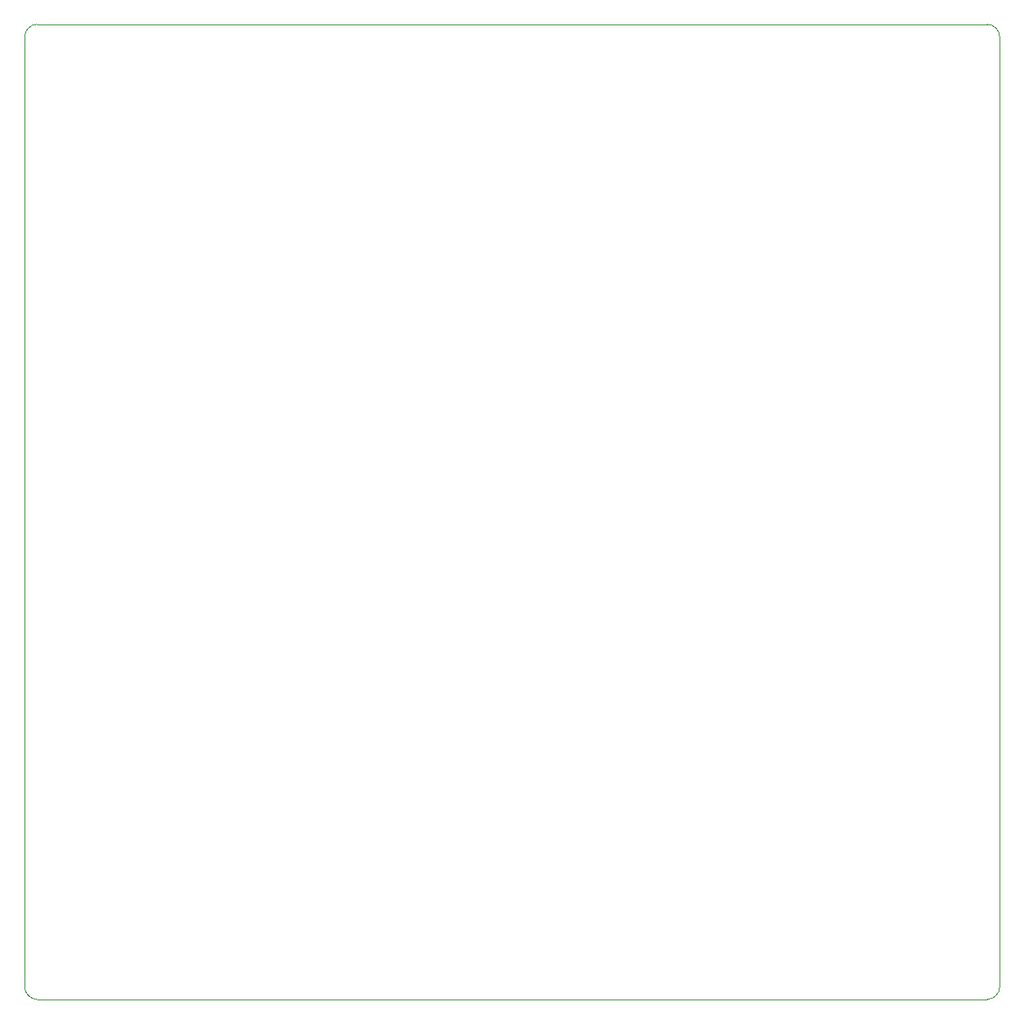
<source format=gbr>
G04 #@! TF.GenerationSoftware,KiCad,Pcbnew,(5.1.5)-3*
G04 #@! TF.CreationDate,2022-04-14T12:46:43+02:00*
G04 #@! TF.ProjectId,PMod_ADDAC,504d6f64-5f41-4444-9441-432e6b696361,rev?*
G04 #@! TF.SameCoordinates,Original*
G04 #@! TF.FileFunction,Profile,NP*
%FSLAX46Y46*%
G04 Gerber Fmt 4.6, Leading zero omitted, Abs format (unit mm)*
G04 Created by KiCad (PCBNEW (5.1.5)-3) date 2022-04-14 12:46:43*
%MOMM*%
%LPD*%
G04 APERTURE LIST*
%ADD10C,0.050000*%
G04 APERTURE END LIST*
D10*
X135890000Y-138430000D02*
G75*
G02X134620000Y-139700000I-1270000J0D01*
G01*
X39370000Y-139700000D02*
G75*
G02X38100000Y-138430000I0J1270000D01*
G01*
X38100000Y-43180000D02*
G75*
G02X39370000Y-41910000I1270000J0D01*
G01*
X134620000Y-41910000D02*
G75*
G02X135890000Y-43180000I0J-1270000D01*
G01*
X38100000Y-43180000D02*
X38100000Y-138430000D01*
X134620000Y-41910000D02*
X39370000Y-41910000D01*
X135890000Y-138430000D02*
X135890000Y-43180000D01*
X39370000Y-139700000D02*
X134620000Y-139700000D01*
M02*

</source>
